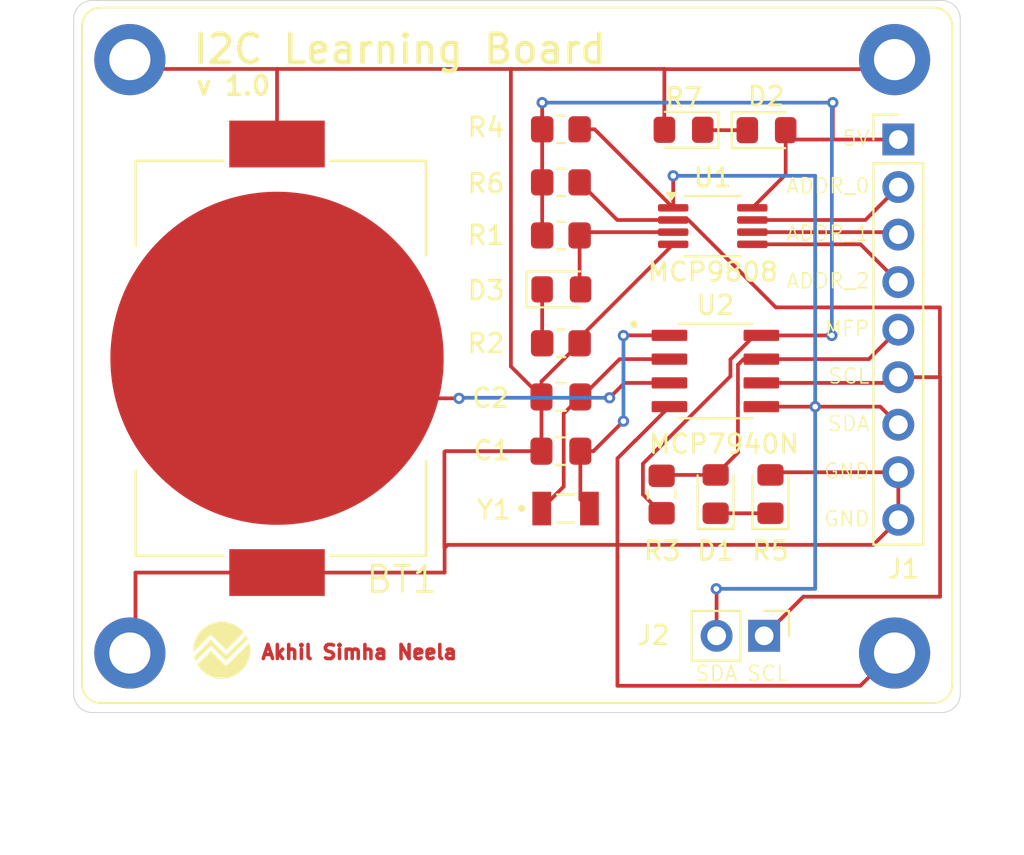
<source format=kicad_pcb>
(kicad_pcb (version 20240108) (generator "pcbnew") (generator_version "8.0")
  (layers (0 "F.Cu" signal) (31 "B.Cu" signal) (34 "B.Paste" user) (35 "F.Paste" user) (36 "B.SilkS" user "B.Silkscreen") (37 "F.SilkS" user "F.Silkscreen") (38 "B.Mask" user) (39 "F.Mask" user) (44 "Edge.Cuts" user))
  (net 0 "")
  (net 1 "GND")
  (net 2 "Net-(U2-X1)")
  (net 3 "Net-(U2-X2)")
  (net 4 "MFP")
  (net 5 "Net-(D1-K)")
  (net 6 "+5V")
  (net 7 "Net-(D2-K)")
  (net 8 "Net-(D3-A)")
  (net 9 "Net-(D3-K)")
  (net 10 "Address_0")
  (net 11 "MCU_SCL")
  (net 12 "Address_1")
  (net 13 "MCU_SDA")
  (net 14 "Address_2")
  (net 15 "Net-(U2-VBAT)")
  (footprint "Diode_SMD:D_0805_2012Metric_Pad1.15x1.40mm_HandSolder" (layer "F.Cu") (at 156.3625 99.3775 90)
    (property "Reference" "R5" (at -3.0325 0 0) (layer "F.SilkS"))
    (property "Value" "150" (hide yes))
    (fp_line (start 1 -0.96) (end -1.86 -0.96) (stroke (width 0.12)) (layer "F.SilkS"))
    (fp_line (start -1.86 -0.96) (end -1.86 0.96) (stroke (width 0.12)) (layer "F.SilkS"))
    (fp_line (start -1.86 0.96) (end 1 0.96) (stroke (width 0.12)) (layer "F.SilkS"))
    (pad "1" smd roundrect (at -1.025 0 90) (size 1.15 1.4) (layers "F.Cu" "F.Paste" "F.Mask") (roundrect_rratio 0.217391) (net 5 "Net-(D1-K)"))
    (pad "2" smd roundrect (at 1.025 0 90) (size 1.15 1.4) (layers "F.Cu" "F.Paste" "F.Mask") (roundrect_rratio 0.217391) (net 1 "GND"))
  )
  (footprint "MountingHole:MountingHole_2.2mm_M2_DIN965_Pad" (layer "F.Cu") (at 122.15 107.87)
    (property "Reference" "H4" (hide yes))
    (property "Value" "MountingHole_Pad")
    (pad "1" thru_hole circle (at 0 0) (size 3.8 3.8) (drill 2.2) (layers "*.Cu" "*.Mask") (net 1 "GND"))
  )
  (footprint "Capacitor_SMD:C_0805_2012Metric_Pad1.18x1.45mm_HandSolder" (layer "F.Cu") (at 145.17 94.186428)
    (property "Reference" "C2" (at -3.75 0.06 0) (layer "F.SilkS"))
    (property "Value" "6n")
    (fp_line (start -0.261252 -0.735) (end 0.261252 -0.735) (stroke (width 0.12)) (layer "F.SilkS"))
    (fp_line (start -0.261252 0.735) (end 0.261252 0.735) (stroke (width 0.12)) (layer "F.SilkS"))
    (pad "1" smd roundrect (at -1.0375 0) (size 1.175 1.45) (layers "F.Cu" "F.Paste" "F.Mask") (roundrect_rratio 0.212766) (net 1 "GND"))
    (pad "2" smd roundrect (at 1.0375 0) (size 1.175 1.45) (layers "F.Cu" "F.Paste" "F.Mask") (roundrect_rratio 0.212766) (net 3 "Net-(U2-X2)"))
  )
  (footprint "Resistor_SMD:R_0805_2012Metric_Pad1.20x1.40mm_HandSolder" (layer "F.Cu") (at 145.17 82.720716)
    (property "Reference" "R6" (at -3.9975 0.06 0) (layer "F.SilkS"))
    (property "Value" "10K")
    (fp_line (start -0.227064 -0.735) (end 0.227064 -0.735) (stroke (width 0.12)) (layer "F.SilkS"))
    (fp_line (start -0.227064 0.735) (end 0.227064 0.735) (stroke (width 0.12)) (layer "F.SilkS"))
    (pad "1" smd roundrect (at -1 0) (size 1.2 1.4) (layers "F.Cu" "F.Paste" "F.Mask") (roundrect_rratio 0.208333) (net 6 "+5V"))
    (pad "2" smd roundrect (at 1 0) (size 1.2 1.4) (layers "F.Cu" "F.Paste" "F.Mask") (roundrect_rratio 0.208333) (net 11 "MCU_SCL"))
  )
  (footprint "MountingHole:MountingHole_2.2mm_M2_DIN965_Pad" (layer "F.Cu") (at 122.15 76.16)
    (property "Reference" "H1" (hide yes))
    (property "Value" "MountingHole_Pad")
    (pad "1" thru_hole circle (at 0 0) (size 3.8 3.8) (drill 2.2) (layers "*.Cu" "*.Mask") (net 1 "GND"))
  )
  (footprint "Package_SO:MSOP-8_3x3mm_P0.65mm" (layer "F.Cu") (at 153.28 85.055)
    (property "Reference" "U1" (at -0.01 -2.595 0) (layer "F.SilkS"))
    (property "Value" "MCP9808" (at 0 2.45 0) (layer "F.SilkS"))
    (fp_line (start 0 -1.61) (end -1.5 -1.61) (stroke (width 0.12)) (layer "F.SilkS"))
    (fp_line (start 0 -1.61) (end 1.5 -1.61) (stroke (width 0.12)) (layer "F.SilkS"))
    (fp_line (start 0 1.61) (end -1.5 1.61) (stroke (width 0.12)) (layer "F.SilkS"))
    (fp_line (start 0 1.61) (end 1.5 1.61) (stroke (width 0.12)) (layer "F.SilkS"))
    (fp_poly (pts (xy -2.2125 -1.435) (xy -2.4525 -1.765) (xy -1.9725 -1.765) (xy -2.2125 -1.435)) (stroke (width 0.12)) (fill solid) (layer "F.SilkS"))
    (pad "1" smd roundrect (at -2.1125 -0.975) (size 1.625 0.4) (layers "F.Cu" "F.Paste" "F.Mask") (net 13 "MCU_SDA"))
    (pad "2" smd roundrect (at -2.1125 -0.325) (size 1.625 0.4) (layers "F.Cu" "F.Paste" "F.Mask") (net 11 "MCU_SCL"))
    (pad "3" smd roundrect (at -2.1125 0.325) (size 1.625 0.4) (layers "F.Cu" "F.Paste" "F.Mask") (net 8 "Net-(D3-A)"))
    (pad "4" smd roundrect (at -2.1125 0.975) (size 1.625 0.4) (layers "F.Cu" "F.Paste" "F.Mask") (net 1 "GND"))
    (pad "5" smd roundrect (at 2.1125 0.975) (size 1.625 0.4) (layers "F.Cu" "F.Paste" "F.Mask") (net 14 "Address_2"))
    (pad "6" smd roundrect (at 2.1125 0.325) (size 1.625 0.4) (layers "F.Cu" "F.Paste" "F.Mask") (net 12 "Address_1"))
    (pad "7" smd roundrect (at 2.1125 -0.325) (size 1.625 0.4) (layers "F.Cu" "F.Paste" "F.Mask") (net 10 "Address_0"))
    (pad "8" smd roundrect (at 2.1125 -0.975) (size 1.625 0.4) (layers "F.Cu" "F.Paste" "F.Mask") (net 6 "+5V"))
  )
  (footprint "Capacitor_SMD:C_0805_2012Metric_Pad1.18x1.45mm_HandSolder" (layer "F.Cu") (at 145.17 97.082856)
    (property "Reference" "C1" (at -3.6825 -0.032856 0) (layer "F.SilkS"))
    (property "Value" "6n")
    (fp_line (start -0.261252 -0.735) (end 0.261252 -0.735) (stroke (width 0.12)) (layer "F.SilkS"))
    (fp_line (start -0.261252 0.735) (end 0.261252 0.735) (stroke (width 0.12)) (layer "F.SilkS"))
    (pad "1" smd roundrect (at -1.0375 0) (size 1.175 1.45) (layers "F.Cu" "F.Paste" "F.Mask") (roundrect_rratio 0.212766) (net 1 "GND"))
    (pad "2" smd roundrect (at 1.0375 0) (size 1.175 1.45) (layers "F.Cu" "F.Paste" "F.Mask") (roundrect_rratio 0.212766) (net 2 "Net-(U2-X1)"))
  )
  (footprint "LED_SMD:LED_0805_2012Metric_Pad1.15x1.40mm_HandSolder" (layer "F.Cu") (at 145.1925 88.438572)
    (property "Reference" "D3" (at -4.02 0.06 0) (layer "F.SilkS"))
    (property "Value" "ALERT_LED")
    (fp_line (start -1.86 -0.96) (end -1.86 0.96) (stroke (width 0.12)) (layer "F.SilkS"))
    (fp_line (start -1.86 0.96) (end 1 0.96) (stroke (width 0.12)) (layer "F.SilkS"))
    (fp_line (start 1 -0.96) (end -1.86 -0.96) (stroke (width 0.12)) (layer "F.SilkS"))
    (pad "1" smd roundrect (at -1.025 0) (size 1.15 1.4) (layers "F.Cu" "F.Paste" "F.Mask") (roundrect_rratio 0.217391) (net 9 "Net-(D3-K)"))
    (pad "2" smd roundrect (at 1.025 0) (size 1.15 1.4) (layers "F.Cu" "F.Paste" "F.Mask") (roundrect_rratio 0.217391) (net 8 "Net-(D3-A)"))
  )
  (footprint "Connector_PinHeader_2.54mm:PinHeader_1x02_P2.54mm_Vertical" (layer "F.Cu") (at 156.025 106.95 -90)
    (property "Reference" "J2" (at -0.03 5.915 0) (layer "F.SilkS"))
    (property "Value" "Logic Analyzer Connector Pins")
    (fp_line (start -1.33 3.87) (end 1.33 3.87) (stroke (width 0.12)) (layer "F.SilkS"))
    (fp_line (start -1.33 1.27) (end -1.33 3.87) (stroke (width 0.12)) (layer "F.SilkS"))
    (fp_line (start -1.33 1.27) (end 1.33 1.27) (stroke (width 0.12)) (layer "F.SilkS"))
    (fp_line (start 1.33 1.27) (end 1.33 3.87) (stroke (width 0.12)) (layer "F.SilkS"))
    (fp_line (start -1.33 0) (end -1.33 -1.33) (stroke (width 0.12)) (layer "F.SilkS"))
    (fp_line (start -1.33 -1.33) (end 0 -1.33) (stroke (width 0.12)) (layer "F.SilkS"))
    (pad "1" thru_hole rect (at 0 0 270) (size 1.7 1.7) (drill 1) (layers "*.Cu" "*.Mask") (net 11 "MCU_SCL"))
    (pad "2" thru_hole oval (at 0 2.54 270) (size 1.7 1.7) (drill 1) (layers "*.Cu" "*.Mask") (net 13 "MCU_SDA"))
  )
  (footprint "Resistor_SMD:R_0805_2012Metric_Pad1.20x1.40mm_HandSolder" (layer "F.Cu") (at 150.55 99.4 90)
    (property "Reference" "R3" (at -3.01 0.03 0) (layer "F.SilkS"))
    (property "Value" "10K")
    (fp_line (start -0.227064 -0.735) (end 0.227064 -0.735) (stroke (width 0.12)) (layer "F.SilkS"))
    (fp_line (start -0.227064 0.735) (end 0.227064 0.735) (stroke (width 0.12)) (layer "F.SilkS"))
    (pad "1" smd roundrect (at -1 0 90) (size 1.2 1.4) (layers "F.Cu" "F.Paste" "F.Mask") (roundrect_rratio 0.208333) (net 6 "+5V"))
    (pad "2" smd roundrect (at 1 0 90) (size 1.2 1.4) (layers "F.Cu" "F.Paste" "F.Mask") (roundrect_rratio 0.208333) (net 4 "MFP"))
  )
  (footprint "VMK3-9001-32K7680000TR:XTAL_VMK3-9001-32K7680000TR" (layer "F.Cu") (at 145.42 100.149288)
    (property "Reference" "Y1" (at -3.823928 0.06 0) (layer "F.SilkS"))
    (property "Value" "Crystal" (hide yes))
    (fp_line (start -0.455 -0.75) (end 0.455 -0.75) (stroke (width 0.127)) (layer "F.SilkS"))
    (fp_line (start 0.455 0.75) (end -0.455 0.75) (stroke (width 0.127)) (layer "F.SilkS"))
    (fp_circle (center -2.35 0) (end -2.25 0) (stroke (width 0.2)) (fill none) (layer "F.SilkS"))
    (pad "1" smd rect (at -1.275 0) (size 1 1.8) (layers "F.Cu" "F.Paste" "F.Mask") (net 3 "Net-(U2-X2)"))
    (pad "2" smd rect (at 1.275 0) (size 1 1.8) (layers "F.Cu" "F.Paste" "F.Mask") (net 2 "Net-(U2-X1)"))
  )
  (footprint "BAT-HLD-002-SMT:BAT_BAT-HLD-002-SMT" (layer "F.Cu") (at 130.01 92.12 90)
    (property "Reference" "BT1" (at -11.82 6.66 180) (layer "F.SilkS") (effects (font (size 1.4 1.4))))
    (property "Value" "Battery_Cell")
    (fp_line (start 10.55 -7.55) (end 10.55 -2.87) (stroke (width 0.127)) (layer "F.SilkS"))
    (fp_line (start 6 -7.55) (end 10.55 -7.55) (stroke (width 0.127)) (layer "F.SilkS"))
    (fp_line (start -10.55 -7.55) (end -6 -7.55) (stroke (width 0.127)) (layer "F.SilkS"))
    (fp_line (start -10.55 -2.87) (end -10.55 -7.55) (stroke (width 0.127)) (layer "F.SilkS"))
    (fp_line (start -10.55 2.87) (end -10.55 7.95) (stroke (width 0.127)) (layer "F.SilkS"))
    (fp_line (start 10.55 7.95) (end 10.55 2.87) (stroke (width 0.127)) (layer "F.SilkS"))
    (fp_line (start 5.5 7.95) (end 10.55 7.95) (stroke (width 0.127)) (layer "F.SilkS"))
    (fp_line (start -10.55 7.95) (end -5.5 7.95) (stroke (width 0.127)) (layer "F.SilkS"))
    (pad "N" smd circle (at 0 0 90) (size 17.8 17.8) (layers "F.Cu" "F.Mask") (net 15 "Net-(U2-VBAT)"))
    (pad "P1" smd rect (at -11.45 0 90) (size 2.5 5.1) (layers "F.Cu" "F.Paste" "F.Mask") (net 1 "GND"))
    (pad "P2" smd rect (at 11.45 0 90) (size 2.5 5.1) (layers "F.Cu" "F.Paste" "F.Mask") (net 1 "GND"))
  )
  (footprint "Resistor_SMD:R_0805_2012Metric_Pad1.20x1.40mm_HandSolder" (layer "F.Cu") (at 145.17 91.32)
    (property "Reference" "R2" (at -4 0 180) (layer "F.SilkS"))
    (property "Value" "150" (hide yes))
    (fp_line (start -0.227064 -0.735) (end 0.227064 -0.735) (stroke (width 0.12)) (layer "F.SilkS"))
    (fp_line (start -0.227064 0.735) (end 0.227064 0.735) (stroke (width 0.12)) (layer "F.SilkS"))
    (pad "1" smd roundrect (at -1 0) (size 1.2 1.4) (layers "F.Cu" "F.Paste" "F.Mask") (roundrect_rratio 0.208333) (net 9 "Net-(D3-K)"))
    (pad "2" smd roundrect (at 1 0) (size 1.2 1.4) (layers "F.Cu" "F.Paste" "F.Mask") (roundrect_rratio 0.208333) (net 1 "GND"))
  )
  (footprint "Resistor_SMD:R_0805_2012Metric_Pad1.20x1.40mm_HandSolder" (layer "F.Cu") (at 145.17 79.884288)
    (property "Reference" "R4" (at -3.9975 -0.105 0) (layer "F.SilkS"))
    (property "Value" "10K")
    (fp_line (start -0.227064 -0.735) (end 0.227064 -0.735) (stroke (width 0.12)) (layer "F.SilkS"))
    (fp_line (start -0.227064 0.735) (end 0.227064 0.735) (stroke (width 0.12)) (layer "F.SilkS"))
    (pad "1" smd roundrect (at -1 0) (size 1.2 1.4) (layers "F.Cu" "F.Paste" "F.Mask") (roundrect_rratio 0.208333) (net 6 "+5V"))
    (pad "2" smd roundrect (at 1 0) (size 1.2 1.4) (layers "F.Cu" "F.Paste" "F.Mask") (roundrect_rratio 0.208333) (net 13 "MCU_SDA"))
  )
  (footprint "LED_SMD:LED_0805_2012Metric_Pad1.15x1.40mm_HandSolder" (layer "F.Cu") (at 153.43375 99.3775 90)
    (property "Reference" "D1" (at -3.0325 0 0) (layer "F.SilkS"))
    (property "Value" "LED")
    (fp_line (start 1 -0.96) (end -1.86 -0.96) (stroke (width 0.12)) (layer "F.SilkS"))
    (fp_line (start -1.86 -0.96) (end -1.86 0.96) (stroke (width 0.12)) (layer "F.SilkS"))
    (fp_line (start -1.86 0.96) (end 1 0.96) (stroke (width 0.12)) (layer "F.SilkS"))
    (pad "1" smd roundrect (at -1.025 0 90) (size 1.15 1.4) (layers "F.Cu" "F.Paste" "F.Mask") (roundrect_rratio 0.217391) (net 5 "Net-(D1-K)"))
    (pad "2" smd roundrect (at 1.025 0 90) (size 1.15 1.4) (layers "F.Cu" "F.Paste" "F.Mask") (roundrect_rratio 0.217391) (net 4 "MFP"))
  )
  (footprint "Resistor_SMD:R_0805_2012Metric_Pad1.20x1.40mm_HandSolder" (layer "F.Cu") (at 145.17 85.557144)
    (property "Reference" "R1" (at -3.9975 -0.01 0) (layer "F.SilkS"))
    (property "Value" "10k")
    (fp_line (start -0.227064 -0.735) (end 0.227064 -0.735) (stroke (width 0.12)) (layer "F.SilkS"))
    (fp_line (start -0.227064 0.735) (end 0.227064 0.735) (stroke (width 0.12)) (layer "F.SilkS"))
    (pad "1" smd roundrect (at -1 0) (size 1.2 1.4) (layers "F.Cu" "F.Paste" "F.Mask") (roundrect_rratio 0.208333) (net 6 "+5V"))
    (pad "2" smd roundrect (at 1 0) (size 1.2 1.4) (layers "F.Cu" "F.Paste" "F.Mask") (roundrect_rratio 0.208333) (net 8 "Net-(D3-A)"))
  )
  (footprint "Diode_SMD:D_0805_2012Metric_Pad1.15x1.40mm_HandSolder" (layer "F.Cu") (at 151.72 79.91 180)
    (property "Reference" "R7" (at -0.01 1.71 180) (layer "F.SilkS"))
    (property "Value" "150" (hide yes))
    (fp_line (start 1 -0.96) (end -1.86 -0.96) (stroke (width 0.12)) (layer "F.SilkS"))
    (fp_line (start -1.86 0.96) (end 1 0.96) (stroke (width 0.12)) (layer "F.SilkS"))
    (fp_line (start -1.86 -0.96) (end -1.86 0.96) (stroke (width 0.12)) (layer "F.SilkS"))
    (pad "1" smd roundrect (at -1.025 0 180) (size 1.15 1.4) (layers "F.Cu" "F.Paste" "F.Mask") (roundrect_rratio 0.217391) (net 7 "Net-(D2-K)"))
    (pad "2" smd roundrect (at 1.025 0 180) (size 1.15 1.4) (layers "F.Cu" "F.Paste" "F.Mask") (roundrect_rratio 0.217391) (net 1 "GND"))
  )
  (footprint "Connector_PinHeader_2.54mm:PinHeader_1x09_P2.54mm_Vertical" (layer "F.Cu") (at 163.19 80.43)
    (property "Reference" "J1" (at 0.28 22.94 0) (layer "F.SilkS"))
    (property "Value" "Conn_01x09_Pin")
    (fp_line (start -1.33 -1.33) (end 0 -1.33) (stroke (width 0.12)) (layer "F.SilkS"))
    (fp_line (start -1.33 0) (end -1.33 -1.33) (stroke (width 0.12)) (layer "F.SilkS"))
    (fp_line (start -1.33 1.27) (end -1.33 21.65) (stroke (width 0.12)) (layer "F.SilkS"))
    (fp_line (start -1.33 1.27) (end 1.33 1.27) (stroke (width 0.12)) (layer "F.SilkS"))
    (fp_line (start -1.33 21.65) (end 1.33 21.65) (stroke (width 0.12)) (layer "F.SilkS"))
    (fp_line (start 1.33 1.27) (end 1.33 21.65) (stroke (width 0.12)) (layer "F.SilkS"))
    (pad "1" thru_hole rect (at 0 0) (size 1.7 1.7) (drill 1) (layers "*.Cu" "*.Mask") (net 6 "+5V"))
    (pad "2" thru_hole oval (at 0 2.54) (size 1.7 1.7) (drill 1) (layers "*.Cu" "*.Mask") (net 10 "Address_0"))
    (pad "3" thru_hole oval (at 0 5.08) (size 1.7 1.7) (drill 1) (layers "*.Cu" "*.Mask") (net 12 "Address_1"))
    (pad "4" thru_hole oval (at 0 7.62) (size 1.7 1.7) (drill 1) (layers "*.Cu" "*.Mask") (net 14 "Address_2"))
    (pad "5" thru_hole oval (at 0 10.16) (size 1.7 1.7) (drill 1) (layers "*.Cu" "*.Mask") (net 4 "MFP"))
    (pad "6" thru_hole oval (at 0 12.7) (size 1.7 1.7) (drill 1) (layers "*.Cu" "*.Mask") (net 11 "MCU_SCL"))
    (pad "7" thru_hole oval (at 0 15.24) (size 1.7 1.7) (drill 1) (layers "*.Cu" "*.Mask") (net 13 "MCU_SDA"))
    (pad "8" thru_hole oval (at 0 17.78) (size 1.7 1.7) (drill 1) (layers "*.Cu" "*.Mask") (net 1 "GND"))
    (pad "9" thru_hole oval (at 0 20.32) (size 1.7 1.7) (drill 1) (layers "*.Cu" "*.Mask") (net 1 "GND"))
  )
  (footprint "N_Logo:NLogo.kicad_4mm" (layer "F.Cu") (at 127.06 107.719644)
    (property "Reference" "G***" (hide yes))
    (property "Value" "LOGO" (hide yes))
    (fp_poly (pts (xy 1.320774 -0.761145) (xy 1.334532 -0.736435) (xy 1.349506 -0.708294) (xy 1.36456 -0.678956) (xy 1.37856 -0.650657) (xy 1.390371 -0.625634) (xy 1.396137 -0.612649) (xy 1.405287 -0.591298) (xy 0.81765 -0.003651) (xy 0.230012 0.583997) (xy -0.158002 0.195998) (xy -0.546016 -0.192) (xy -0.58196 -0.192) (xy -0.617905 -0.192) (xy -1.00998 0.2) (xy -1.056621 0.246615) (xy -1.101711 0.291652) (xy -1.144927 0.334786) (xy -1.185946 0.375698) (xy -1.224443 0.414063) (xy -1.260096 0.449562) (xy -1.292579 0.481871) (xy -1.321569 0.51067) (xy -1.346743 0.535635) (xy -1.367777 0.556445) (xy -1.384347 0.572778) (xy -1.396128 0.584313) (xy -1.402799 0.590727) (xy -1.404248 0.592) (xy -1.406329 0.588457) (xy -1.410612 0.578692) (xy -1.416565 0.564001) (xy -1.423654 0.545681) (xy -1.427549 0.535322) (xy -1.436023 0.51152) (xy -1.445543 0.483051) (xy -1.455462 0.452019) (xy -1.46513 0.420526) (xy -1.4739 0.390677) (xy -1.481123 0.364574) (xy -1.485339 0.347854) (xy -1.485275 0.34614) (xy -1.484255 0.34362) (xy -1.482029 0.340036) (xy -1.478342 0.335129) (xy -1.472944 0.328638) (xy -1.465582 0.320305) (xy -1.456003 0.30987) (xy -1.443954 0.297074) (xy -1.429185 0.281657) (xy -1.411441 0.263361) (xy -1.390471 0.241925) (xy -1.366023 0.21709) (xy -1.337844 0.188597) (xy -1.305682 0.156186) (xy -1.269284 0.119599) (xy -1.228398 0.078575) (xy -1.182771 0.032855) (xy -1.132152 -0.01782) (xy -1.076288 -0.07371) (xy -1.035873 -0.114128) (xy -0.584022 -0.565966) (xy -0.190963 -0.172983) (xy 0.202095 0.22) (xy 0.240041 0.22) (xy 0.277988 0.22) (xy 0.788144 -0.290145) (xy 1.2983 -0.800289)) (fill solid) (layer "F.SilkS"))
    (fp_poly (pts (xy 0.022726 -1.522132) (xy 0.066877 -1.521384) (xy 0.108362 -1.51989) (xy 0.145409 -1.517652) (xy 0.176 -1.5147) (xy 0.286889 -1.497136) (xy 0.395092 -1.472108) (xy 0.500396 -1.439708) (xy 0.602588 -1.400027) (xy 0.701454 -1.353157) (xy 0.79678 -1.29919) (xy 0.888355 -1.238217) (xy 0.974732 -1.171355) (xy 0.993358 -1.15532) (xy 1.014266 -1.136398) (xy 1.036723 -1.11534) (xy 1.059998 -1.092893) (xy 1.083361 -1.069808) (xy 1.106081 -1.046833) (xy 1.127427 -1.024718) (xy 1.146667 -1.004212) (xy 1.16307 -0.986064) (xy 1.175906 -0.971023) (xy 1.184443 -0.959839) (xy 1.187951 -0.953261) (xy 1.188 -0.952787) (xy 1.185218 -0.949702) (xy 1.177069 -0.941259) (xy 1.163844 -0.927752) (xy 1.145838 -0.909475) (xy 1.123342 -0.886724) (xy 1.096649 -0.859792) (xy 1.066053 -0.828974) (xy 1.031846 -0.794565) (xy 0.99432 -0.756859) (xy 0.95377 -0.716151) (xy 0.910487 -0.672736) (xy 0.864764 -0.626907) (xy 0.816894 -0.578959) (xy 0.76717 -0.529188) (xy 0.715885 -0.477886) (xy 0.71402 -0.476021) (xy 0.240041 -0.002054) (xy -0.153068 -0.395027) (xy -0.546176 -0.788) (xy -0.584082 -0.788) (xy -0.621987 -0.788) (xy -1.070628 -0.339373) (xy -1.519268 0.109254) (xy -1.522181 0.085938) (xy -1.523226 0.0716) (xy -1.523743 0.050721) (xy -1.523777 0.024739) (xy -1.523371 -0.004909) (xy -1.522569 -0.036783) (xy -1.521415 -0.069446) (xy -1.519954 -0.10146) (xy -1.518228 -0.131386) (xy -1.516282 -0.157786) (xy -1.51416 -0.179222) (xy -1.514067 -0.18) (xy -1.496857 -0.289218) (xy -1.471938 -0.396474) (xy -1.439429 -0.501448) (xy -1.399449 -0.603818) (xy -1.35212 -0.703262) (xy -1.297562 -0.799458) (xy -1.262408 -0.854) (xy -1.208204 -0.928609) (xy -1.147352 -1.001965) (xy -1.081201 -1.072693) (xy -1.011102 -1.139417) (xy -0.938405 -1.200762) (xy -0.876733 -1.24684) (xy -0.784357 -1.306895) (xy -0.688199 -1.359951) (xy -0.588532 -1.405902) (xy -0.485634 -1.444643) (xy -0.37978 -1.476069) (xy -0.271244 -1.500074) (xy -0.176 -1.5147) (xy -0.145098 -1.517676) (xy -0.108003 -1.519907) (xy -0.066486 -1.521394) (xy -0.022319 -1.522135)) (fill solid) (layer "F.SilkS"))
    (fp_poly (pts (xy 1.478209 -0.376297) (xy 1.483525 -0.354357) (xy 1.489305 -0.327497) (xy 1.495265 -0.297222) (xy 1.501116 -0.265039) (xy 1.506573 -0.232454) (xy 1.51135 -0.200973) (xy 1.514686 -0.176) (xy 1.517667 -0.145109) (xy 1.519902 -0.108024) (xy 1.521391 -0.066515) (xy 1.522135 -0.022354) (xy 1.522133 0.022688) (xy 1.521386 0.066839) (xy 1.519893 0.10833) (xy 1.517653 0.145389) (xy 1.514699 0.176) (xy 1.497102 0.287226) (xy 1.472047 0.395599) (xy 1.439559 0.50105) (xy 1.399664 0.603508) (xy 1.352388 0.702907) (xy 1.297755 0.799177) (xy 1.262407 0.854) (xy 1.208203 0.928608) (xy 1.147351 1.001964) (xy 1.0812 1.072692) (xy 1.011101 1.139416) (xy 0.938404 1.200761) (xy 0.876732 1.246839) (xy 0.784713 1.306639) (xy 0.68871 1.359608) (xy 0.589178 1.405573) (xy 0.48657 1.444358) (xy 0.38134 1.475791) (xy 0.273943 1.499697) (xy 0.18 1.514126) (xy 0.161813 1.515874) (xy 0.137585 1.517511) (xy 0.108791 1.518998) (xy 0.076906 1.520298) (xy 0.043403 1.52137) (xy 0.009759 1.522179) (xy -0.022552 1.522684) (xy -0.052057 1.522848) (xy -0.077279 1.522633) (xy -0.096745 1.522) (xy -0.104 1.521502) (xy -0.201664 1.510549) (xy -0.293507 1.495561) (xy -0.380805 1.476197) (xy -0.464834 1.452119) (xy -0.546868 1.422987) (xy -0.628183 1.388461) (xy -0.66 1.373448) (xy -0.749106 1.327045) (xy -0.83221 1.276921) (xy -0.910662 1.222102) (xy -0.985814 1.161618) (xy -1.059016 1.094498) (xy -1.08823 1.065394) (xy -1.13441 1.016204) (xy -1.179153 0.964398) (xy -1.221258 0.911512) (xy -1.259526 0.859084) (xy -1.292756 0.808648) (xy -1.305979 0.78661) (xy -1.317217 0.767221) (xy -0.949512 0.399516) (xy -0.581807 0.031811) (xy -0.1943 0.419905) (xy 0.193206 0.808) (xy 0.229598 0.808) (xy 0.26599 0.808) (xy 0.868809 0.20519) (xy 0.945694 0.128343) (xy 1.017538 0.05661) (xy 1.084297 -0.009968) (xy 1.145932 -0.071348) (xy 1.202399 -0.127491) (xy 1.253657 -0.178353) (xy 1.299664 -0.223894) (xy 1.340377 -0.264073) (xy 1.375756 -0.298849) (xy 1.405757 -0.328178) (xy 1.43034 -0.352021) (xy 1.449461 -0.370337) (xy 1.46308 -0.383082) (xy 1.471154 -0.390217) (xy 1.473645 -0.39181)) (fill solid) (layer "F.SilkS"))
  )
  (footprint "MountingHole:MountingHole_2.2mm_M2_DIN965_Pad" (layer "F.Cu") (at 162.99 107.87)
    (property "Reference" "H3" (hide yes))
    (property "Value" "MountingHole_Pad")
    (pad "1" thru_hole circle (at 0 0) (size 3.8 3.8) (drill 2.2) (layers "*.Cu" "*.Mask") (net 1 "GND"))
  )
  (footprint "MCP7940N-I_SN:SOIC127P600X175-8N" (layer "F.Cu") (at 153.42 92.8)
    (property "Reference" "U2" (at 0 -3.52 0) (layer "F.SilkS"))
    (property "Value" "MCP7940N" (at 0.455 3.905 0) (layer "F.SilkS"))
    (fp_line (start -1.95 -2.525) (end 1.95 -2.525) (stroke (width 0.127)) (layer "F.SilkS"))
    (fp_line (start -1.95 2.525) (end 1.95 2.525) (stroke (width 0.127)) (layer "F.SilkS"))
    (fp_circle (center -4.355 -2.505) (end -4.255 -2.505) (stroke (width 0.2)) (fill none) (layer "F.SilkS"))
    (pad "1" smd roundrect (at -2.455 -1.905) (size 1.9 0.6) (layers "F.Cu" "F.Paste" "F.Mask") (roundrect_rratio 0.125) (net 2 "Net-(U2-X1)"))
    (pad "2" smd roundrect (at -2.455 -0.635) (size 1.9 0.6) (layers "F.Cu" "F.Paste" "F.Mask") (roundrect_rratio 0.125) (net 3 "Net-(U2-X2)"))
    (pad "3" smd roundrect (at -2.455 0.635) (size 1.9 0.6) (layers "F.Cu" "F.Paste" "F.Mask") (roundrect_rratio 0.125) (net 15 "Net-(U2-VBAT)"))
    (pad "4" smd roundrect (at -2.455 1.905) (size 1.9 0.6) (layers "F.Cu" "F.Paste" "F.Mask") (roundrect_rratio 0.125) (net 1 "GND"))
    (pad "5" smd roundrect (at 2.455 1.905) (size 1.9 0.6) (layers "F.Cu" "F.Paste" "F.Mask") (roundrect_rratio 0.125) (net 13 "MCU_SDA"))
    (pad "6" smd roundrect (at 2.455 0.635) (size 1.9 0.6) (layers "F.Cu" "F.Paste" "F.Mask") (roundrect_rratio 0.125) (net 11 "MCU_SCL"))
    (pad "7" smd roundrect (at 2.455 -0.635) (size 1.9 0.6) (layers "F.Cu" "F.Paste" "F.Mask") (roundrect_rratio 0.125) (net 4 "MFP"))
    (pad "8" smd roundrect (at 2.455 -1.905) (size 1.9 0.6) (layers "F.Cu" "F.Paste" "F.Mask") (roundrect_rratio 0.125) (net 6 "+5V"))
  )
  (footprint "MountingHole:MountingHole_2.2mm_M2_DIN965_Pad" (layer "F.Cu") (at 162.99 76.16)
    (property "Reference" "H2" (hide yes))
    (property "Value" "MountingHole_Pad")
    (pad "1" thru_hole circle (at 0 0) (size 3.8 3.8) (drill 2.2) (layers "*.Cu" "*.Mask") (net 1 "GND"))
  )
  (footprint "LED_SMD:LED_0805_2012Metric_Pad1.15x1.40mm_HandSolder" (layer "F.Cu") (at 156.15 79.93)
    (property "Reference" "D2" (at -0.02 -1.81 0) (layer "F.SilkS"))
    (property "Value" "PWR_LED")
    (fp_line (start -1.86 -0.96) (end -1.86 0.96) (stroke (width 0.12)) (layer "F.SilkS"))
    (fp_line (start -1.86 0.96) (end 1 0.96) (stroke (width 0.12)) (layer "F.SilkS"))
    (fp_line (start 1 -0.96) (end -1.86 -0.96) (stroke (width 0.12)) (layer "F.SilkS"))
    (pad "1" smd roundrect (at -1.025 0) (size 1.15 1.4) (layers "F.Cu" "F.Paste" "F.Mask") (roundrect_rratio 0.217391) (net 7 "Net-(D2-K)"))
    (pad "2" smd roundrect (at 1.025 0) (size 1.15 1.4) (layers "F.Cu" "F.Paste" "F.Mask") (roundrect_rratio 0.217391) (net 6 "+5V"))
  )
  (gr_arc (start 119.59 74.38) (mid 119.882893 73.672893) (end 120.59 73.38) (stroke (width 0.1)) (layer "F.SilkS"))
  (gr_arc (start 166.07 109.54) (mid 165.777107 110.247107) (end 165.07 110.54) (stroke (width 0.1)) (layer "F.SilkS"))
  (gr_line (start 120.59 73.38) (end 165.07 73.38) (stroke (width 0.1)) (layer "F.SilkS"))
  (gr_line (start 119.59 109.54) (end 119.59 74.38) (stroke (width 0.1)) (layer "F.SilkS"))
  (gr_line (start 166.07 74.38) (end 166.07 109.54) (stroke (width 0.1)) (layer "F.SilkS"))
  (gr_line (start 165.07 110.54) (end 120.59 110.54) (stroke (width 0.1)) (layer "F.SilkS"))
  (gr_arc (start 120.59 110.54) (mid 119.882893 110.247107) (end 119.59 109.54) (stroke (width 0.1)) (layer "F.SilkS"))
  (gr_arc (start 165.07 73.38) (mid 165.777107 73.672893) (end 166.07 74.38) (stroke (width 0.1)) (layer "F.SilkS"))
  (gr_arc (start 120.15 111.05) (mid 119.442893 110.757107) (end 119.15 110.05) (stroke (width 0.05)) (layer "Edge.Cuts"))
  (gr_line (start 165.5 111.05) (end 120.15 111.05) (stroke (width 0.05)) (layer "Edge.Cuts"))
  (gr_arc (start 166.5 110.05) (mid 166.207107 110.757107) (end 165.5 111.05) (stroke (width 0.05)) (layer "Edge.Cuts"))
  (gr_arc (start 165.5 73) (mid 166.207107 73.292893) (end 166.5 74) (stroke (width 0.05)) (layer "Edge.Cuts"))
  (gr_line (start 119.15 110.05) (end 119.15 74) (stroke (width 0.05)) (layer "Edge.Cuts"))
  (gr_line (start 120.15 73) (end 165.5 73) (stroke (width 0.05)) (layer "Edge.Cuts"))
  (gr_arc (start 119.15 74) (mid 119.442893 73.292893) (end 120.15 73) (stroke (width 0.05)) (layer "Edge.Cuts"))
  (gr_line (start 166.5 74) (end 166.5 110.05) (stroke (width 0.05)) (layer "Edge.Cuts"))
  (gr_text "Akhil Simha Neela" (at 129.08 108.264688 0) (layer "F.Cu") (effects (font (size 0.75 0.75) (thickness 0.1875) (bold yes)) (justify left bottom)))
  (gr_text "ADDR_0" (at 157.15 83.37125 0) (layer "F.SilkS") (effects (font (size 0.8 0.8) (thickness 0.08)) (justify left bottom)))
  (gr_text "SCL" (at 155.05 109.43 0) (layer "F.SilkS") (effects (font (size 0.8 0.8) (thickness 0.08)) (justify left bottom)))
  (gr_text "v 1.0" (at 125.59 78.14 0) (layer "F.SilkS") (effects (font (size 1 1) (thickness 0.2) (bold yes)) (justify left bottom)))
  (gr_text "SDA" (at 152.3 109.43 0) (layer "F.SilkS") (effects (font (size 0.8 0.8) (thickness 0.08)) (justify left bottom)))
  (gr_text "ADDR_1" (at 157.15 85.9125 0) (layer "F.SilkS") (effects (font (size 0.8 0.8) (thickness 0.08)) (justify left bottom)))
  (gr_text "MFP" (at 159.207143 90.995 0) (layer "F.SilkS") (effects (font (size 0.8 0.8) (thickness 0.08)) (justify left bottom)))
  (gr_text "GND" (at 159.169048 98.61875 0) (layer "F.SilkS") (effects (font (size 0.8 0.8) (thickness 0.08)) (justify left bottom)))
  (gr_text "GND" (at 159.169048 101.16 0) (layer "F.SilkS") (effects (font (size 0.8 0.8) (thickness 0.08)) (justify left bottom)))
  (gr_text "SDA" (at 159.359524 96.0775 0) (layer "F.SilkS") (effects (font (size 0.8 0.8) (thickness 0.08)) (justify left bottom)))
  (gr_text "5V" (at 160.159524 80.83 0) (layer "F.SilkS") (effects (font (size 0.8 0.8) (thickness 0.08)) (justify left bottom)))
  (gr_text "ADDR_2" (at 157.15 88.45375 0) (layer "F.SilkS") (effects (font (size 0.8 0.8) (thickness 0.08)) (justify left bottom)))
  (gr_text "SCL" (at 159.397619 93.53625 0) (layer "F.SilkS") (effects (font (size 0.8 0.8) (thickness 0.08)) (justify left bottom)))
  (gr_text "I2C Learning Board" (at 125.41 76.48 0) (layer "F.SilkS") (effects (font (size 1.5 1.5) (thickness 0.25) (bold yes)) (justify left bottom)))
  (segment (start 146.17 91.0275) (end 146.17 91.32) (width 0.2) (layer "F.Cu") (net 1))
  (segment (start 148.21 102.09) (end 139.125356 102.09) (width 0.2) (layer "F.Cu") (net 1))
  (segment (start 144.1325 94.186428) (end 144.1325 93.3575) (width 0.2) (layer "F.Cu") (net 1))
  (segment (start 138.96 102.255356) (end 138.997678 102.217678) (width 0.2) (layer "F.Cu") (net 1))
  (segment (start 161.85 102.09) (end 163.19 100.75) (width 0.2) (layer "F.Cu") (net 1))
  (segment (start 150.69 76.66) (end 142.5 76.66) (width 0.2) (layer "F.Cu") (net 1))
  (segment (start 139.125356 102.09) (end 138.997678 102.217678) (width 0.2) (layer "F.Cu") (net 1))
  (segment (start 122.45 103.57) (end 130.01 103.57) (width 0.2) (layer "F.Cu") (net 1))
  (segment (start 123.17 76.66) (end 130.01 76.66) (width 0.2) (layer "F.Cu") (net 1))
  (segment (start 151.1675 86.03) (end 146.17 91.0275) (width 0.2) (layer "F.Cu") (net 1))
  (segment (start 130.01 76.66) (end 130.01 80.67) (width 0.2) (layer "F.Cu") (net 1))
  (segment (start 138.997678 102.217678) (end 138.95 102.17) (width 0.2) (layer "F.Cu") (net 1))
  (segment (start 138.997144 97.082856) (end 144.1325 97.082856) (width 0.2) (layer "F.Cu") (net 1))
  (segment (start 150.965 94.705) (end 149.15 96.52) (width 0.2) (layer "F.Cu") (net 1))
  (segment (start 149.15 96.52) (end 149.14 96.52) (width 0.2) (layer "F.Cu") (net 1))
  (segment (start 138.95 102.17) (end 138.95 97.13) (width 0.2) (layer "F.Cu") (net 1))
  (segment (start 144.1325 93.3575) (end 146.17 91.32) (width 0.2) (layer "F.Cu") (net 1))
  (segment (start 162.33 76.67) (end 150.7 76.67) (width 0.2) (layer "F.Cu") (net 1))
  (segment (start 156.505 98.21) (end 156.3625 98.3525) (width 0.2) (layer "F.Cu") (net 1))
  (segment (start 150.695 79.91) (end 150.695 76.675) (width 0.2) (layer "F.Cu") (net 1))
  (segment (start 122.45 107.72) (end 122.45 103.57) (width 0.2) (layer "F.Cu") (net 1))
  (segment (start 150.695 76.675) (end 150.7 76.67) (width 0.2) (layer "F.Cu") (net 1))
  (segment (start 138.95 97.13) (end 138.997144 97.082856) (width 0.2) (layer "F.Cu") (net 1))
  (segment (start 138.96 103.57) (end 138.96 102.255356) (width 0.2) (layer "F.Cu") (net 1))
  (segment (start 130.01 103.57) (end 138.96 103.57) (width 0.2) (layer "F.Cu") (net 1))
  (segment (start 122.45 75.94) (end 123.17 76.66) (width 0.2) (layer "F.Cu") (net 1))
  (segment (start 142.5 76.66) (end 130.01 76.66) (width 0.2) (layer "F.Cu") (net 1))
  (segment (start 161.160001 109.619999) (end 148.19 109.619999) (width 0.2) (layer "F.Cu") (net 1))
  (segment (start 163.06 107.72) (end 161.160001 109.619999) (width 0.2) (layer "F.Cu") (net 1))
  (segment (start 148.19 109.619999) (end 148.19 102.07) (width 0.2) (layer "F.Cu") (net 1))
  (segment (start 148.21 102.09) (end 161.85 102.09) (width 0.2) (layer "F.Cu") (net 1))
  (segment (start 150.7 76.67) (end 150.69 76.66) (width 0.2) (layer "F.Cu") (net 1))
  (segment (start 163.06 75.94) (end 162.33 76.67) (width 0.2) (layer "F.Cu") (net 1))
  (segment (start 144.1325 94.186428) (end 144.1325 97.082856) (width 0.2) (layer "F.Cu") (net 1))
  (segment (start 149.14 96.52) (end 148.19 97.47) (width 0.2) (layer "F.Cu") (net 1))
  (segment (start 142.5 76.66) (end 142.5 92.553928) (width 0.2) (layer "F.Cu") (net 1))
  (segment (start 163.19 100.75) (end 163.19 98.21) (width 0.2) (layer "F.Cu") (net 1))
  (segment (start 142.5 92.553928) (end 144.1325 94.186428) (width 0.2) (layer "F.Cu") (net 1))
  (segment (start 148.19 97.47) (end 148.19 102.07) (width 0.2) (layer "F.Cu") (net 1))
  (segment (start 148.19 102.07) (end 148.21 102.09) (width 0.2) (layer "F.Cu") (net 1))
  (segment (start 163.19 98.21) (end 156.505 98.21) (width 0.2) (layer "F.Cu") (net 1))
  (segment (start 146.2075 99.661788) (end 146.695 100.149288) (width 0.2) (layer "F.Cu") (net 2))
  (segment (start 148.51 95.48) (end 146.907144 97.082856) (width 0.2) (layer "F.Cu") (net 2))
  (segment (start 146.2075 97.082856) (end 146.2075 99.661788) (width 0.2) (layer "F.Cu") (net 2))
  (segment (start 148.525 90.895) (end 148.51 90.91) (width 0.2) (layer "F.Cu") (net 2))
  (segment (start 150.965 90.895) (end 148.525 90.895) (width 0.2) (layer "F.Cu") (net 2))
  (segment (start 146.907144 97.082856) (end 146.2075 97.082856) (width 0.2) (layer "F.Cu") (net 2))
  (via (at 148.51 90.91) (size 0.6) (drill 0.3) (layers "F.Cu" "B.Cu") (net 2))
  (via (at 148.51 95.48) (size 0.6) (drill 0.3) (layers "F.Cu" "B.Cu") (net 2))
  (segment (start 148.51 90.91) (end 148.51 95.48) (width 0.2) (layer "B.Cu") (net 2))
  (segment (start 146.2075 94.186428) (end 146.283572 94.186428) (width 0.2) (layer "F.Cu") (net 3))
  (segment (start 148.305 92.165) (end 150.965 92.165) (width 0.2) (layer "F.Cu") (net 3))
  (segment (start 145.32 98.974288) (end 145.32 95.073928) (width 0.2) (layer "F.Cu") (net 3))
  (segment (start 145.32 95.073928) (end 146.2075 94.186428) (width 0.2) (layer "F.Cu") (net 3))
  (segment (start 144.145 100.149288) (end 145.32 98.974288) (width 0.2) (layer "F.Cu") (net 3))
  (segment (start 146.283572 94.186428) (end 148.305 92.165) (width 0.2) (layer "F.Cu") (net 3))
  (segment (start 155.875 92.165) (end 161.615 92.165) (width 0.2) (layer "F.Cu") (net 4))
  (segment (start 153.43375 98.3525) (end 154.625 97.16125) (width 0.2) (layer "F.Cu") (net 4))
  (segment (start 150.5975 98.3525) (end 150.55 98.4) (width 0.2) (layer "F.Cu") (net 4))
  (segment (start 161.615 92.165) (end 163.19 90.59) (width 0.2) (layer "F.Cu") (net 4))
  (segment (start 154.625 92.465001) (end 154.925001 92.165) (width 0.2) (layer "F.Cu") (net 4))
  (segment (start 154.625 97.16125) (end 154.625 92.465001) (width 0.2) (layer "F.Cu") (net 4))
  (segment (start 154.925001 92.165) (end 155.875 92.165) (width 0.2) (layer "F.Cu") (net 4))
  (segment (start 153.43375 98.3525) (end 150.5975 98.3525) (width 0.2) (layer "F.Cu") (net 4))
  (segment (start 156.3625 100.4025) (end 153.43375 100.4025) (width 0.2) (layer "F.Cu") (net 5))
  (segment (start 155.93 90.9) (end 159.64 90.9) (width 0.2) (layer "F.Cu") (net 6))
  (segment (start 154.225 92.18259) (end 155.51259 90.895) (width 0.2) (layer "F.Cu") (net 6))
  (segment (start 144.17 79.884288) (end 144.17 82.720716) (width 0.2) (layer "F.Cu") (net 6))
  (segment (start 159.69 80.43) (end 157.675 80.43) (width 0.2) (layer "F.Cu") (net 6))
  (segment (start 155.3925 84.08) (end 157.175 82.2975) (width 0.2) (layer "F.Cu") (net 6))
  (segment (start 149.55 97.755) (end 154.225 93.08) (width 0.2) (layer "F.Cu") (net 6))
  (segment (start 159.69 78.46) (end 159.69 80.43) (width 0.2) (layer "F.Cu") (net 6))
  (segment (start 150.55 100.4) (end 149.55 99.4) (width 0.2) (layer "F.Cu") (net 6))
  (segment (start 149.55 99.4) (end 149.55 97.755) (width 0.2) (layer "F.Cu") (net 6))
  (segment (start 154.225 93.08) (end 154.225 92.18259) (width 0.2) (layer "F.Cu") (net 6))
  (segment (start 157.175 82.2975) (end 157.175 79.93) (width 0.2) (layer "F.Cu") (net 6))
  (segment (start 155.925 90.895) (end 155.93 90.9) (width 0.2) (layer "F.Cu") (net 6))
  (segment (start 144.17 82.720716) (end 144.17 85.557144) (width 0.2) (layer "F.Cu") (net 6))
  (segment (start 155.51259 90.895) (end 155.875 90.895) (width 0.2) (layer "F.Cu") (net 6))
  (segment (start 163.19 80.43) (end 159.69 80.43) (width 0.2) (layer "F.Cu") (net 6))
  (segment (start 155.875 90.895) (end 155.925 90.895) (width 0.2) (layer "F.Cu") (net 6))
  (segment (start 157.675 80.43) (end 157.175 79.93) (width 0.2) (layer "F.Cu") (net 6))
  (segment (start 144.17 79.884288) (end 144.17 78.46) (width 0.2) (layer "F.Cu") (net 6))
  (via (at 159.64 90.9) (size 0.6) (drill 0.3) (layers "F.Cu" "B.Cu") (net 6))
  (via (at 159.69 78.46) (size 0.6) (drill 0.3) (layers "F.Cu" "B.Cu") (net 6))
  (via (at 144.17 78.46) (size 0.6) (drill 0.3) (layers "F.Cu" "B.Cu") (net 6))
  (segment (start 144.17 78.46) (end 159.69 78.46) (width 0.2) (layer "B.Cu") (net 6))
  (segment (start 159.64 78.51) (end 159.69 78.46) (width 0.2) (layer "B.Cu") (net 6))
  (segment (start 159.64 90.9) (end 159.64 78.51) (width 0.2) (layer "B.Cu") (net 6))
  (segment (start 152.765 79.93) (end 152.745 79.91) (width 0.2) (layer "F.Cu") (net 7))
  (segment (start 155.125 79.93) (end 152.765 79.93) (width 0.2) (layer "F.Cu") (net 7))
  (segment (start 146.17 85.557144) (end 146.17 88.391072) (width 0.2) (layer "F.Cu") (net 8))
  (segment (start 151.1675 85.38) (end 146.347144 85.38) (width 0.2) (layer "F.Cu") (net 8))
  (segment (start 146.17 88.391072) (end 146.2175 88.438572) (width 0.2) (layer "F.Cu") (net 8))
  (segment (start 146.347144 85.38) (end 146.17 85.557144) (width 0.2) (layer "F.Cu") (net 8))
  (segment (start 144.17 91.32) (end 144.17 88.441072) (width 0.2) (layer "F.Cu") (net 9))
  (segment (start 144.17 88.441072) (end 144.1675 88.438572) (width 0.2) (layer "F.Cu") (net 9))
  (segment (start 161.43 84.73) (end 163.19 82.97) (width 0.2) (layer "F.Cu") (net 10))
  (segment (start 155.3925 84.73) (end 161.43 84.73) (width 0.2) (layer "F.Cu") (net 10))
  (segment (start 165.41 93.11) (end 165.39 93.13) (width 0.2) (layer "F.Cu") (net 11))
  (segment (start 151.1675 84.73) (end 151.979999 84.73) (width 0.2) (layer "F.Cu") (net 11))
  (segment (start 165.42 93.1) (end 165.42 104.86) (width 0.2) (layer "F.Cu") (net 11))
  (segment (start 165.42 104.86) (end 158.115 104.86) (width 0.2) (layer "F.Cu") (net 11))
  (segment (start 148.179284 84.73) (end 151.1675 84.73) (width 0.2) (layer "F.Cu") (net 11))
  (segment (start 158.115 104.86) (end 156.025 106.95) (width 0.2) (layer "F.Cu") (net 11))
  (segment (start 156.649999 89.4) (end 165.41 89.4) (width 0.2) (layer "F.Cu") (net 11))
  (segment (start 151.979999 84.73) (end 156.649999 89.4) (width 0.2) (layer "F.Cu") (net 11))
  (segment (start 146.17 82.720716) (end 148.179284 84.73) (width 0.2) (layer "F.Cu") (net 11))
  (segment (start 165.41 89.4) (end 165.41 93.11) (width 0.2) (layer "F.Cu") (net 11))
  (segment (start 163.19 93.13) (end 165.39 93.13) (width 0.2) (layer "F.Cu") (net 11))
  (segment (start 162.885 93.435) (end 163.19 93.13) (width 0.2) (layer "F.Cu") (net 11))
  (segment (start 165.39 93.13) (end 165.42 93.1) (width 0.2) (layer "F.Cu") (net 11))
  (segment (start 155.875 93.435) (end 162.885 93.435) (width 0.2) (layer "F.Cu") (net 11))
  (segment (start 155.3925 85.38) (end 163.06 85.38) (width 0.2) (layer "F.Cu") (net 12))
  (segment (start 163.06 85.38) (end 163.19 85.51) (width 0.2) (layer "F.Cu") (net 12))
  (segment (start 151.1675 82.3725) (end 151.17 82.37) (width 0.2) (layer "F.Cu") (net 13))
  (segment (start 155.875 94.705) (end 158.75 94.705) (width 0.2) (layer "F.Cu") (net 13))
  (segment (start 153.485 104.455) (end 153.47 104.44) (width 0.2) (layer "F.Cu") (net 13))
  (segment (start 162.225 94.705) (end 163.19 95.67) (width 0.2) (layer "F.Cu") (net 13))
  (segment (start 146.971788 79.884288) (end 151.1675 84.08) (width 0.2) (layer "F.Cu") (net 13))
  (segment (start 153.485 106.95) (end 153.485 104.455) (width 0.2) (layer "F.Cu") (net 13))
  (segment (start 146.17 79.884288) (end 146.971788 79.884288) (width 0.2) (layer "F.Cu") (net 13))
  (segment (start 158.75 94.705) (end 162.225 94.705) (width 0.2) (layer "F.Cu") (net 13))
  (segment (start 151.1675 84.08) (end 151.1675 82.3725) (width 0.2) (layer "F.Cu") (net 13))
  (via (at 151.17 82.37) (size 0.6) (drill 0.3) (layers "F.Cu" "B.Cu") (net 13))
  (via (at 153.47 104.44) (size 0.6) (drill 0.3) (layers "F.Cu" "B.Cu") (net 13))
  (via (at 158.75 94.705) (size 0.6) (drill 0.3) (layers "F.Cu" "B.Cu") (net 13))
  (segment (start 158.75 104.44) (end 153.47 104.44) (width 0.2) (layer "B.Cu") (net 13))
  (segment (start 158.75 94.705) (end 158.75 82.37) (width 0.2) (layer "B.Cu") (net 13))
  (segment (start 158.75 94.705) (end 158.75 104.44) (width 0.2) (layer "B.Cu") (net 13))
  (segment (start 158.75 82.37) (end 151.17 82.37) (width 0.2) (layer "B.Cu") (net 13))
  (segment (start 155.3925 86.03) (end 161.17 86.03) (width 0.2) (layer "F.Cu") (net 14))
  (segment (start 161.17 86.03) (end 163.19 88.05) (width 0.2) (layer "F.Cu") (net 14))
  (segment (start 150.965 93.435) (end 148.565 93.435) (width 0.2) (layer "F.Cu") (net 15))
  (segment (start 139.73 94.26) (end 132.15 94.26) (width 0.2) (layer "F.Cu") (net 15))
  (segment (start 148.565 93.435) (end 147.77 94.23) (width 0.2) (layer "F.Cu") (net 15))
  (segment (start 132.15 94.26) (end 130.01 92.12) (width 0.2) (layer "F.Cu") (net 15))
  (via (at 147.77 94.23) (size 0.6) (drill 0.3) (layers "F.Cu" "B.Cu") (net 15))
  (via (at 139.73 94.26) (size 0.6) (drill 0.3) (layers "F.Cu" "B.Cu") (net 15))
  (segment (start 147.77 94.23) (end 139.76 94.23) (width 0.2) (layer "B.Cu") (net 15))
  (segment (start 139.76 94.23) (end 139.73 94.26) (width 0.2) (layer "B.Cu") (net 15))
)
</source>
